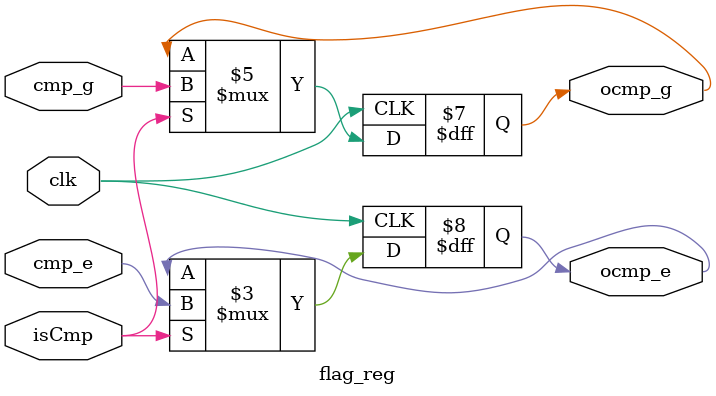
<source format=v>
module fulladder (
  input  wire a, b, cin,
  output wire s, cout
);
  assign s    = a ^ b ^ cin;
  assign cout = (a & b) | (b & cin) | (cin & a);
endmodule

module adder_subtractor (
  input  wire [31:0] a, b,
  input  wire        s,
  output wire [31:0] sum,
  output wire        cout
);
  wire [31:0] bm = b ^ {32{s}};
  wire [32:0] c;
  assign c[0] = s;
  genvar i;
  generate
    for (i=0; i<32; i=i+1) begin
      fulladder fa (
        .a(a[i]), .b(bm[i]), .cin(c[i]),
        .s(sum[i]), .cout(c[i+1])
      );
    end
  endgenerate
  assign cout = c[32];
endmodule

module muxx4x1 #(
  parameter W=1
)(
     input  wire [W-1:0] a,        
    input  wire [W-1:0] b,
    input  wire [W-1:0] c,
    input  wire [W-1:0] d,
    input  wire        e,       
    input  wire [1:0]  sel,      
    output reg  [W-1:0] o   
);
    always @(*) begin
    if(e) begin
      case (sel)
        2'b00: o = a;
        2'b01: o = b;
        2'b10: o = c;
        2'b11: o = d;
        default: o = {W{1'b0}};
      endcase
    end else begin
      o = {W{1'b0}}; 
    end
end

endmodule

module Adder (
  input  wire [31:0] a, b,
  input  wire        isAdd, isSub, isCmp, isLd, isSt,
  output wire [31:0] sum,
  output wire        cout, cmp_g, cmp_e
);
  // Determine operation type
  wire [1:0] op = isAdd ? 2'b01
                : isSub ? 2'b10
                : isCmp ? 2'b11
                : 2'b00;
  wire sub_ctrl = op[1];
  wire [31:0] mid;
  wire        mid_c;
  
  // Perform addition/subtraction
  adder_subtractor u0(.a(a), .b(b), .s(sub_ctrl), .sum(mid), .cout(mid_c));

  // Critical fix: For load/store, pass through the address value 
  // even when op is 2'b00
  assign sum   = (isLd || isSt) ? a : (op != 2'b00) ? mid : 32'd0;
  assign cout  = (op != 2'b00) ? mid_c : 1'b0;

  // Comparison outputs are enabled only for the compare operation
  assign cmp_g = (op == 2'b11) ? ~mid[31]      : 1'b0;
  assign cmp_e = (op == 2'b11) ? ~(|(a ^ b))   : 1'b0;
endmodule

module Mul (
  input  wire [31:0] a, b,
  input  wire        isMul,
  output wire [31:0] mo
);
  assign mo = isMul ? a * b : 32'd0;
endmodule

module Divider (
  input  wire [31:0] a, b,
  input  wire        isDiv, isMod,
  output wire [31:0] o
);
  assign o = isDiv ? (a / b) : isMod ? (a % b) : 32'd0;
endmodule

module Logical_unit (
  input  wire [31:0] a, b,
  input  wire        isOr, isNot, isAnd,
  output wire [31:0] o
);
  assign o = isOr  ? (a | b)
           : isNot ? (~a)
           : isAnd ? (a & b)
           : 32'd0;
endmodule

module Mov (
  input  wire [31:0] b,
  input  wire        isMov,
  output wire [31:0] o
);
  assign o = isMov ? b : 32'd0;
endmodule

module unified_shift_register (
    input  wire [31:0] a,
    input  wire [31:0] b,
    input  wire        isAsl,
    input  wire        isAsr,
    input  wire        isLsl,
    input  wire        isLsr,
    output wire [31:0] o
);

  // determine shift type: 00=asl, 01=asr, 10=lsr, 11=lsl
  wire [1:0] s = isAsl ? 2'b00 :
                 isAsr ? 2'b01 :
                 isLsr ? 2'b10 :
                 isLsl ? 2'b11 :
                         2'b00;
                       
  // Original sign bit for ASR operations - this remains constant throughout all stages
  wire sign_bit = a[31];

  genvar i;

  // 16-bit stage
  wire [31:0] shifted16;
  generate
    for (i = 0; i < 32; i = i + 1) begin : stage16_compute
      if (i < 16) begin
        // Lower bits - shifted data comes from higher bits
        muxx4x1 #(.W(1)) u_mux16 (
          .a(1'b0),                 // ASL - fill with 0
          .b(i+16 < 32 ? a[i+16] : sign_bit), // ASR - data from upper half with sign ext
          .c(i+16 < 32 ? a[i+16] : 1'b0),     // LSR - data from upper half with 0 ext
          .d(1'b0),                 // LSL - fill with 0
          .e(1'b1),
          .sel(s),
          .o(shifted16[i])
        );
      end else begin
        // Upper bits - may need sign extension for ASR
        muxx4x1 #(.W(1)) u_mux16 (
          .a(1'b0),                 // ASL - fill with 0
          .b(s == 2'b01 ? sign_bit : 1'b0), // ASR - sign extend all upper bits
          .c(1'b0),                 // LSR - fill with 0
          .d(i-16 < 16 ? a[i-16] : 1'b0), // LSL - data from lower half
          .e(1'b1),
          .sel(s),
          .o(shifted16[i])
        );
      end
    end
  endgenerate

  // select between original or 16-bit shifted
  wire [31:0] shift_16_f;
  mux2x1 #(.w(32)) mux16_sel (
    .a(a), .b(shifted16), .sel(b[4]), .o(shift_16_f)
  );

  // 8-bit stage
  wire [31:0] shifted8;
  generate
    for (i = 0; i < 32; i = i + 1) begin : stage8_compute
      if (i < 8) begin
        // Lower bits - shifted data comes from higher bits
        muxx4x1 #(.W(1)) u_mux8 (
          .a(1'b0),                  // ASL - fill with 0
          .b(i+8 < 32 ? shift_16_f[i+8] : sign_bit), // ASR with sign ext
          .c(i+8 < 32 ? shift_16_f[i+8] : 1'b0),     // LSR with 0 ext
          .d(1'b0),                  // LSL - fill with 0
          .e(1'b1),
          .sel(s),
          .o(shifted8[i])
        );
      end else if (i < 24) begin
        // Middle bits - normal shifting
        muxx4x1 #(.W(1)) u_mux8 (
          .a(shift_16_f[i-8]),       // ASL - data from lower section
          .b(i+8 < 32 ? shift_16_f[i+8] : sign_bit), // ASR with sign ext
          .c(i+8 < 32 ? shift_16_f[i+8] : 1'b0),     // LSR with 0 ext
          .d(shift_16_f[i-8]),       // LSL - data from lower section
          .e(1'b1),
          .sel(s),
          .o(shifted8[i])
        );
      end else begin
        // Upper bits - may need sign extension for ASR
        muxx4x1 #(.W(1)) u_mux8 (
          .a(shift_16_f[i-8]),       // ASL - data from lower section
          .b(s == 2'b01 ? sign_bit : 1'b0), // ASR - sign extend
          .c(1'b0),                  // LSR - fill with 0
          .d(shift_16_f[i-8]),       // LSL - data from lower section
          .e(1'b1),
          .sel(s),
          .o(shifted8[i])
        );
      end
    end
  endgenerate

  // select between 16-stage or 8-stage
  wire [31:0] shift_8_f;
  mux2x1 #(.w(32)) mux8_sel (
    .a(shift_16_f), .b(shifted8), .sel(b[3]), .o(shift_8_f)
  );

  // 4-bit stage
  wire [31:0] shifted4;
  generate
    for (i = 0; i < 32; i = i + 1) begin : stage4_compute
      if (i < 4) begin
        // Lower bits - shifted data comes from higher bits
        muxx4x1 #(.W(1)) u_mux4 (
          .a(1'b0),                 // ASL - fill with 0
          .b(i+4 < 32 ? shift_8_f[i+4] : sign_bit), // ASR with sign ext
          .c(i+4 < 32 ? shift_8_f[i+4] : 1'b0),     // LSR with 0 ext
          .d(1'b0),                 // LSL - fill with 0
          .e(1'b1),
          .sel(s),
          .o(shifted4[i])
        );
      end else if (i < 28) begin
        // Middle bits - normal shifting
        muxx4x1 #(.W(1)) u_mux4 (
          .a(shift_8_f[i-4]),       // ASL - data from lower section
          .b(i+4 < 32 ? shift_8_f[i+4] : sign_bit), // ASR with sign ext
          .c(i+4 < 32 ? shift_8_f[i+4] : 1'b0),     // LSR with 0 ext
          .d(shift_8_f[i-4]),       // LSL - data from lower section
          .e(1'b1),
          .sel(s),
          .o(shifted4[i])
        );
      end else begin
        // Upper bits - may need sign extension for ASR
        muxx4x1 #(.W(1)) u_mux4 (
          .a(shift_8_f[i-4]),       // ASL - data from lower section
          .b(s == 2'b01 ? sign_bit : 1'b0), // ASR - sign extend
          .c(1'b0),                 // LSR - fill with 0
          .d(shift_8_f[i-4]),       // LSL - data from lower section
          .e(1'b1),
          .sel(s),
          .o(shifted4[i])
        );
      end
    end
  endgenerate

  // select between 8-stage or 4-stage
  wire [31:0] shift_4_f;
  mux2x1 #(.w(32)) mux4_sel (
    .a(shift_8_f), .b(shifted4), .sel(b[2]), .o(shift_4_f)
  );

  // 2-bit stage
  wire [31:0] shifted2;
  generate
    for (i = 0; i < 32; i = i + 1) begin : stage2_compute
      if (i < 2) begin
        // Lower bits - shifted data comes from higher bits
        muxx4x1 #(.W(1)) u_mux2 (
          .a(1'b0),                 // ASL - fill with 0
          .b(i+2 < 32 ? shift_4_f[i+2] : sign_bit), // ASR with sign ext
          .c(i+2 < 32 ? shift_4_f[i+2] : 1'b0),     // LSR with 0 ext
          .d(1'b0),                 // LSL - fill with 0
          .e(1'b1),
          .sel(s),
          .o(shifted2[i])
        );
      end else if (i < 30) begin
        // Middle bits - normal shifting
        muxx4x1 #(.W(1)) u_mux2 (
          .a(shift_4_f[i-2]),       // ASL - data from lower section
          .b(i+2 < 32 ? shift_4_f[i+2] : sign_bit), // ASR with sign ext
          .c(i+2 < 32 ? shift_4_f[i+2] : 1'b0),     // LSR with 0 ext
          .d(shift_4_f[i-2]),       // LSL - data from lower section
          .e(1'b1),
          .sel(s),
          .o(shifted2[i])
        );
      end else begin
        // Upper bits - may need sign extension for ASR
        muxx4x1 #(.W(1)) u_mux2 (
          .a(shift_4_f[i-2]),       // ASL - data from lower section
          .b(s == 2'b01 ? sign_bit : 1'b0), // ASR - sign extend
          .c(1'b0),                 // LSR - fill with 0
          .d(shift_4_f[i-2]),       // LSL - data from lower section
          .e(1'b1),
          .sel(s),
          .o(shifted2[i])
        );
      end
    end
  endgenerate

  // select between 4-stage or 2-stage
  wire [31:0] shift_2_f;
  mux2x1 #(.w(32)) mux2_sel (
    .a(shift_4_f), .b(shifted2), .sel(b[1]), .o(shift_2_f)
  );

  // 1-bit stage
  wire [31:0] shifted1;
  generate
    for (i = 0; i < 32; i = i + 1) begin : stage1_compute
      if (i < 1) begin
        // Lowest bit - shifted data comes from higher bits
        muxx4x1 #(.W(1)) u_mux1 (
          .a(1'b0),                 // ASL - fill with 0
          .b(i+1 < 32 ? shift_2_f[i+1] : sign_bit), // ASR with sign ext
          .c(i+1 < 32 ? shift_2_f[i+1] : 1'b0),     // LSR with 0 ext
          .d(1'b0),                 // LSL - fill with 0
          .e(1'b1),
          .sel(s),
          .o(shifted1[i])
        );
      end else if (i < 31) begin
        // Middle bits - normal shifting
        muxx4x1 #(.W(1)) u_mux1 (
          .a(shift_2_f[i-1]),       // ASL - data from lower section
          .b(i+1 < 32 ? shift_2_f[i+1] : sign_bit), // ASR with sign ext
          .c(i+1 < 32 ? shift_2_f[i+1] : 1'b0),     // LSR with 0 ext
          .d(shift_2_f[i-1]),       // LSL - data from lower section
          .e(1'b1),
          .sel(s),
          .o(shifted1[i])
        );
      end else begin
        // MSB - may need sign extension for ASR
        muxx4x1 #(.W(1)) u_mux1 (
          .a(shift_2_f[i-1]),       // ASL - data from lower section
          .b(s == 2'b01 ? sign_bit : 1'b0), // ASR - sign extend with original sign bit
          .c(1'b0),                 // LSR - fill with 0
          .d(shift_2_f[i-1]),       // LSL - data from lower section
          .e(1'b1),
          .sel(s),
          .o(shifted1[i])
        );
      end
    end
  endgenerate

  // select between 2-stage or 1-stage
  wire [31:0] shift_1_f;
  mux2x1 #(.w(32)) mux1_sel (
    .a(shift_2_f), .b(shifted1), .sel(b[0]), .o(shift_1_f)
  );

  // if shift amount >= 32, result depends on shift type
  wire moreshift = |b[31:5];
  reg [31:0] full_shift;
  
  // Handle shifts >= 32 bits
  integer j;
  always @(*) begin
    for (j = 0; j < 32; j = j + 1) begin
      full_shift[j] = (s == 2'b01) ? sign_bit : 1'b0;
    end
  end
  
  assign o = moreshift ? full_shift : shift_1_f;
endmodule
// 10) Top-level ALU
module ALU (
  input  wire [31:0] a, b,
  input  wire        isAdd, isSub, isCmp,
  input  wire        isMul, isDiv, isMod,
  input  wire        isOr,  isNot, isAnd, isMov,
  input  wire        isAsl, isAsr, isLsr, isLsl,
  input wire         isSt,isLd,
  input [3:0] rs11,rs22,
  output reg  [31:0] aluResult,
  output wire        cout, cmp_g, cmp_e
);
  wire [31:0] add_out, mul_out, div_out, log_out, mov_out, shift_out;
   Adder  u_add(.a(a), .b(b),.isSt(isSt),.isLd(isLd), .isAdd(isAdd), .isSub(isSub), .isCmp(isCmp),
               .sum(add_out), .cout(cout), .cmp_g(cmp_g), .cmp_e(cmp_e));
  Mul    u_mul(.a(a), .b(b), .isMul(isMul), .mo(mul_out));
  Divider u_div(.a(a), .b(b), .isDiv(isDiv), .isMod(isMod), .o(div_out));
  Logical_unit u_log(.a(a), .b(b), .isOr(isOr), .isNot(isNot), .isAnd(isAnd), .o(log_out));
  Mov    u_mov(.b(b), .isMov(isMov), .o(mov_out));
  unified_shift_register u_sh(.a(a), .b(b),
                              .isAsl(isAsl), .isAsr(isAsr),
                              .isLsr(isLsr), .isLsl(isLsl),
                              .o(shift_out));

  always @(*) begin
    case (1'b1)
      isAdd, isSub, isCmp: aluResult = add_out;
      isMul:               aluResult = mul_out;
      isDiv, isMod:        aluResult = div_out;
      isOr, isNot, isAnd:  aluResult = log_out;
      isMov:               aluResult = mov_out;
      isAsl, isAsr, isLsr, isLsl: aluResult = shift_out;
      default:             aluResult = 32'd0;
    endcase
  end
endmodule
// 7) Branch Unit
module branchunit(
    input [31:0] branchTarget,
    input [31:0] op1,
    input isBeq,isBgt,isUbranch,
    input [1:0] flag,
    input isRet,
    input isCall,
    output [31:0] branchPC,
    output isBranchTaken
);
mux2x1 #(.w(32)) m1 (
    .a(branchTarget),
    .b(op1),
    .sel(isRet),
    .o(branchPC)
);
wire fa,sa;
assign fa=isBeq&flag[0];
assign sa=isBgt&flag[1];
assign isBranchTaken=isUbranch|fa|sa|isCall;
endmodule
//Flag_Register
module flag_reg (
input clk, 
  input isCmp,
  input cmp_g,
  input cmp_e,
  output reg ocmp_g,
  output reg ocmp_e 

);
always @(posedge clk)
begin
if(isCmp)
begin
  ocmp_g<=cmp_g;
  ocmp_e<=cmp_e;
end
end

endmodule

</source>
